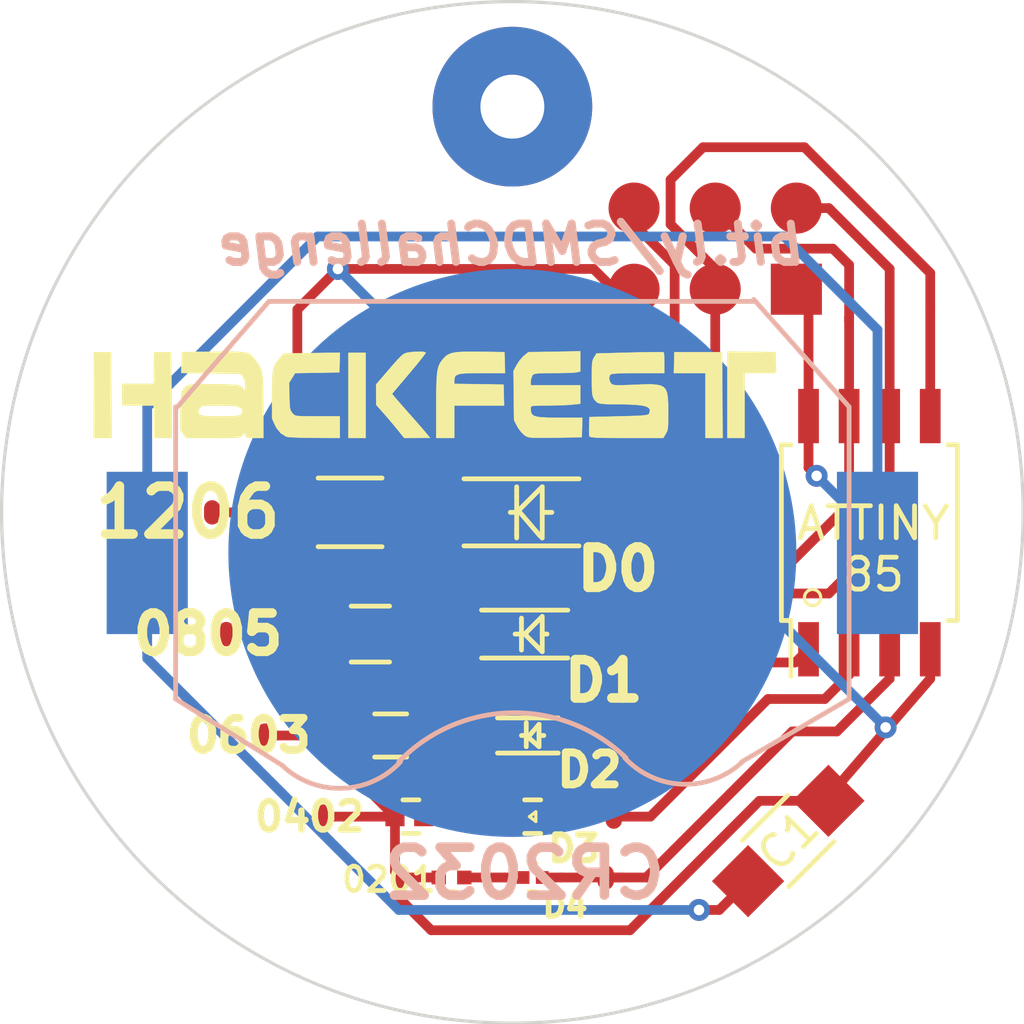
<source format=kicad_pcb>
(kicad_pcb (version 4) (host pcbnew 4.0.7)

  (general
    (links 36)
    (no_connects 0)
    (area 183.999287 76.036108 223.683892 109.380001)
    (thickness 1.6)
    (drawings 19)
    (tracks 147)
    (zones 0)
    (modules 26)
    (nets 14)
  )

  (page USLetter)
  (layers
    (0 F.Cu signal)
    (31 B.Cu signal)
    (34 B.Paste user)
    (35 F.Paste user)
    (36 B.SilkS user)
    (37 F.SilkS user)
    (38 B.Mask user)
    (39 F.Mask user)
    (40 Dwgs.User user hide)
    (44 Edge.Cuts user)
  )

  (setup
    (last_trace_width 0.1524)
    (user_trace_width 0.254)
    (user_trace_width 0.3048)
    (user_trace_width 0.4064)
    (user_trace_width 0.6096)
    (user_trace_width 2.032)
    (trace_clearance 0.1524)
    (zone_clearance 0.508)
    (zone_45_only no)
    (trace_min 0.1524)
    (segment_width 0.254)
    (edge_width 0.1)
    (via_size 0.6858)
    (via_drill 0.3302)
    (via_min_size 0.6858)
    (via_min_drill 0.3302)
    (user_via 1 0.5)
    (uvia_size 0.762)
    (uvia_drill 0.508)
    (uvias_allowed no)
    (uvia_min_size 0.508)
    (uvia_min_drill 0.127)
    (pcb_text_width 0.3)
    (pcb_text_size 1.5 1.5)
    (mod_edge_width 0.15)
    (mod_text_size 1 1)
    (mod_text_width 0.15)
    (pad_size 3 3)
    (pad_drill 2)
    (pad_to_mask_clearance 0)
    (aux_axis_origin 0 0)
    (grid_origin 210.82 95.25)
    (visible_elements 7FFFFBFF)
    (pcbplotparams
      (layerselection 0x010f0_80000001)
      (usegerberextensions true)
      (excludeedgelayer true)
      (linewidth 0.100000)
      (plotframeref false)
      (viasonmask false)
      (mode 1)
      (useauxorigin false)
      (hpglpennumber 1)
      (hpglpenspeed 20)
      (hpglpendiameter 15)
      (hpglpenoverlay 2)
      (psnegative false)
      (psa4output false)
      (plotreference true)
      (plotvalue true)
      (plotinvisibletext false)
      (padsonsilk false)
      (subtractmaskfromsilk false)
      (outputformat 1)
      (mirror false)
      (drillshape 0)
      (scaleselection 1)
      (outputdirectory gerbers/))
  )

  (net 0 "")
  (net 1 GND)
  (net 2 +BATT)
  (net 3 "Net-(CON1-Pad1)")
  (net 4 "Net-(CON1-Pad3)")
  (net 5 "Net-(CON1-Pad4)")
  (net 6 "Net-(CON1-Pad5)")
  (net 7 "Net-(D1-Pad1)")
  (net 8 "Net-(D2-Pad1)")
  (net 9 "Net-(D3-Pad1)")
  (net 10 "Net-(D0-Pad1)")
  (net 11 "Net-(D3-Pad2)")
  (net 12 "Net-(D4-Pad2)")
  (net 13 "Net-(D4-Pad1)")

  (net_class Default "This is the default net class."
    (clearance 0.1524)
    (trace_width 0.1524)
    (via_dia 0.6858)
    (via_drill 0.3302)
    (uvia_dia 0.762)
    (uvia_drill 0.508)
    (add_net +BATT)
    (add_net GND)
    (add_net "Net-(CON1-Pad1)")
    (add_net "Net-(CON1-Pad3)")
    (add_net "Net-(CON1-Pad4)")
    (add_net "Net-(CON1-Pad5)")
    (add_net "Net-(D0-Pad1)")
    (add_net "Net-(D1-Pad1)")
    (add_net "Net-(D2-Pad1)")
    (add_net "Net-(D3-Pad1)")
    (add_net "Net-(D3-Pad2)")
    (add_net "Net-(D4-Pad1)")
    (add_net "Net-(D4-Pad2)")
  )

  (module footprints:toor_logo (layer F.Cu) (tedit 0) (tstamp 5B88CDA0)
    (at 205.232 88.392)
    (fp_text reference G*** (at 0 0) (layer F.SilkS) hide
      (effects (font (thickness 0.3)))
    )
    (fp_text value LOGO (at 0.75 0) (layer F.SilkS) hide
      (effects (font (thickness 0.3)))
    )
    (fp_poly (pts (xy -10.137169 0.010583) (xy -10.129279 1.354667) (xy -10.698722 1.354667) (xy -10.690832 0.010583)
      (xy -10.682942 -1.3335) (xy -10.145059 -1.3335) (xy -10.137169 0.010583)) (layer F.SilkS) (width 0.01))
    (fp_poly (pts (xy -8.254581 0.010583) (xy -8.24669 1.354667) (xy -8.815294 1.354667) (xy -8.815294 0.338667)
      (xy -9.801412 0.338667) (xy -9.801412 -0.338667) (xy -8.817191 -0.338667) (xy -8.808772 -0.836083)
      (xy -8.800353 -1.3335) (xy -8.262471 -1.3335) (xy -8.254581 0.010583)) (layer F.SilkS) (width 0.01))
    (fp_poly (pts (xy -6.30297 -1.350519) (xy -6.143061 -1.344555) (xy -6.017478 -1.333118) (xy -5.919864 -1.315137)
      (xy -5.84386 -1.289541) (xy -5.783107 -1.255258) (xy -5.731248 -1.211215) (xy -5.681925 -1.156342)
      (xy -5.64391 -1.108884) (xy -5.565576 -1.005679) (xy -5.504495 -0.91128) (xy -5.458518 -0.813489)
      (xy -5.425493 -0.700105) (xy -5.403272 -0.558928) (xy -5.389705 -0.377759) (xy -5.38264 -0.144398)
      (xy -5.379929 0.153354) (xy -5.37948 0.391583) (xy -5.378824 1.354667) (xy -5.662706 1.354667)
      (xy -5.794509 1.353482) (xy -5.877677 1.347636) (xy -5.92333 1.333691) (xy -5.942593 1.308209)
      (xy -5.946588 1.267753) (xy -5.946589 1.266927) (xy -5.946589 1.179188) (xy -6.025324 1.266927)
      (xy -6.050736 1.292523) (xy -6.080402 1.312594) (xy -6.121413 1.327809) (xy -6.180864 1.338839)
      (xy -6.265847 1.346353) (xy -6.383455 1.351023) (xy -6.54078 1.353518) (xy -6.744916 1.354508)
      (xy -6.953976 1.354667) (xy -7.803892 1.354667) (xy -7.89124 1.230923) (xy -7.978589 1.107179)
      (xy -7.978148 0.564173) (xy -7.977758 0.523724) (xy -7.410824 0.523724) (xy -7.405702 0.573513)
      (xy -7.385617 0.611337) (xy -7.343494 0.638802) (xy -7.272257 0.657516) (xy -7.164828 0.669086)
      (xy -7.014132 0.67512) (xy -6.813092 0.677226) (xy -6.734629 0.677333) (xy -6.52502 0.67649)
      (xy -6.367151 0.673402) (xy -6.253004 0.667227) (xy -6.17456 0.657126) (xy -6.123804 0.642258)
      (xy -6.092718 0.621784) (xy -6.08186 0.608919) (xy -6.048025 0.536125) (xy -6.044732 0.492503)
      (xy -6.06674 0.441689) (xy -6.110675 0.403) (xy -6.183434 0.374958) (xy -6.291912 0.356082)
      (xy -6.443006 0.344893) (xy -6.643612 0.339911) (xy -6.758748 0.339291) (xy -6.960509 0.340084)
      (xy -7.110773 0.34358) (xy -7.217794 0.350676) (xy -7.289825 0.362272) (xy -7.335122 0.379266)
      (xy -7.361938 0.402558) (xy -7.363866 0.40519) (xy -7.401853 0.480532) (xy -7.410824 0.523724)
      (xy -7.977758 0.523724) (xy -7.975577 0.29819) (xy -7.9663 0.10242) (xy -7.947227 -0.037438)
      (xy -7.91527 -0.13568) (xy -7.867339 -0.206608) (xy -7.800344 -0.26452) (xy -7.798879 -0.265579)
      (xy -7.761769 -0.288516) (xy -7.717004 -0.306041) (xy -7.656926 -0.318703) (xy -7.573878 -0.32705)
      (xy -7.460204 -0.331631) (xy -7.308247 -0.332995) (xy -7.110349 -0.331691) (xy -6.912728 -0.329079)
      (xy -6.676033 -0.325332) (xy -6.491532 -0.321325) (xy -6.351657 -0.316122) (xy -6.248841 -0.308786)
      (xy -6.175514 -0.298382) (xy -6.124109 -0.283973) (xy -6.087057 -0.264625) (xy -6.05679 -0.2394)
      (xy -6.038669 -0.220983) (xy -5.946589 -0.124465) (xy -5.946589 -0.287687) (xy -5.963038 -0.434907)
      (xy -6.020303 -0.549018) (xy -6.023659 -0.553538) (xy -6.10073 -0.656167) (xy -7.951176 -0.680813)
      (xy -7.942471 -1.007157) (xy -7.933765 -1.3335) (xy -7.052236 -1.346302) (xy -6.751199 -1.350321)
      (xy -6.503563 -1.352084) (xy -6.30297 -1.350519)) (layer F.SilkS) (width 0.01))
    (fp_poly (pts (xy -2.994371 -1.007232) (xy -3.003177 -0.6985) (xy -3.695324 -0.687146) (xy -4.387471 -0.675791)
      (xy -4.482408 -0.52261) (xy -4.577346 -0.36943) (xy -4.567202 0.051849) (xy -4.561583 0.245872)
      (xy -4.55361 0.374787) (xy -4.539773 0.458139) (xy -4.516563 0.515471) (xy -4.480471 0.566328)
      (xy -4.473216 0.575231) (xy -4.445324 0.607581) (xy -4.416326 0.632256) (xy -4.378235 0.650294)
      (xy -4.323067 0.662736) (xy -4.242836 0.67062) (xy -4.129556 0.674987) (xy -3.975242 0.676875)
      (xy -3.771908 0.677324) (xy -3.688805 0.677333) (xy -2.988236 0.677333) (xy -2.988236 1.354667)
      (xy -3.787589 1.351028) (xy -4.004011 1.348877) (xy -4.203859 1.344681) (xy -4.378399 1.338801)
      (xy -4.518901 1.331593) (xy -4.616634 1.323418) (xy -4.661841 1.315113) (xy -4.83553 1.207154)
      (xy -4.967568 1.046744) (xy -5.021939 0.941877) (xy -5.109883 0.745424) (xy -5.109883 -0.002028)
      (xy -5.108853 -0.297781) (xy -5.103683 -0.523394) (xy -5.091248 -0.69338) (xy -5.068425 -0.822252)
      (xy -5.032091 -0.924525) (xy -4.979123 -1.014712) (xy -4.906396 -1.107327) (xy -4.860634 -1.160237)
      (xy -4.745856 -1.291167) (xy -2.985566 -1.315963) (xy -2.994371 -1.007232)) (layer F.SilkS) (width 0.01))
    (fp_poly (pts (xy -2.181412 1.354667) (xy -2.719294 1.354667) (xy -2.719294 -1.312333) (xy -2.181412 -1.312333)
      (xy -2.181412 1.354667)) (layer F.SilkS) (width 0.01))
    (fp_poly (pts (xy -0.370229 -1.342705) (xy -0.310839 -1.328261) (xy -0.298824 -1.314561) (xy -0.320832 -1.277123)
      (xy -0.382547 -1.194056) (xy -0.477503 -1.073487) (xy -0.599234 -0.923547) (xy -0.741275 -0.752363)
      (xy -0.826382 -0.65131) (xy -1.35394 -0.028165) (xy -1.26423 0.081168) (xy -1.21025 0.144768)
      (xy -1.119717 0.249069) (xy -1.00296 0.382268) (xy -0.870309 0.532559) (xy -0.788966 0.624252)
      (xy -0.648663 0.78285) (xy -0.515234 0.935044) (xy -0.399977 1.06785) (xy -0.31419 1.168283)
      (xy -0.283883 1.204746) (xy -0.164353 1.351488) (xy -0.568325 1.353077) (xy -0.972296 1.354667)
      (xy -1.185212 1.090083) (xy -1.314161 0.93314) (xy -1.462156 0.757956) (xy -1.600898 0.597953)
      (xy -1.624346 0.5715) (xy -1.850564 0.3175) (xy -1.852706 -0.321794) (xy -1.435473 -0.806481)
      (xy -1.28441 -0.980813) (xy -1.170188 -1.108442) (xy -1.08396 -1.197246) (xy -1.01688 -1.255103)
      (xy -0.9601 -1.289892) (xy -0.904775 -1.309491) (xy -0.860238 -1.31873) (xy -0.725713 -1.337179)
      (xy -0.590588 -1.34726) (xy -0.467786 -1.34907) (xy -0.370229 -1.342705)) (layer F.SilkS) (width 0.01))
    (fp_poly (pts (xy 1.31845 -1.346241) (xy 1.419411 -1.344867) (xy 2.16647 -1.3335) (xy 2.175198 -1.005417)
      (xy 2.183925 -0.677333) (xy 1.4572 -0.677333) (xy 1.207411 -0.676274) (xy 1.011026 -0.671942)
      (xy 0.861694 -0.662603) (xy 0.753065 -0.646525) (xy 0.678788 -0.621975) (xy 0.632511 -0.587221)
      (xy 0.607885 -0.54053) (xy 0.598558 -0.480169) (xy 0.597647 -0.442814) (xy 0.597647 -0.340096)
      (xy 1.367117 -0.328798) (xy 2.136588 -0.3175) (xy 2.145315 0.010583) (xy 2.154043 0.338667)
      (xy 0.597647 0.338667) (xy 0.597647 1.354667) (xy 0.029882 1.354667) (xy 0.030538 0.34925)
      (xy 0.031669 -0.008436) (xy 0.035678 -0.292708) (xy 0.044273 -0.514801) (xy 0.059159 -0.685952)
      (xy 0.082043 -0.817397) (xy 0.114631 -0.920372) (xy 0.158631 -1.006113) (xy 0.215747 -1.085856)
      (xy 0.255805 -1.134076) (xy 0.316722 -1.197573) (xy 0.383527 -1.24785) (xy 0.46355 -1.286234)
      (xy 0.56412 -1.314054) (xy 0.692565 -1.332637) (xy 0.856216 -1.343311) (xy 1.062401 -1.347403)
      (xy 1.31845 -1.346241)) (layer F.SilkS) (width 0.01))
    (fp_poly (pts (xy 4.542117 -0.73025) (xy 4.448735 -0.703792) (xy 4.391328 -0.695848) (xy 4.284632 -0.688859)
      (xy 4.139119 -0.683204) (xy 3.965262 -0.679265) (xy 3.773536 -0.677422) (xy 3.721249 -0.677333)
      (xy 3.509119 -0.676772) (xy 3.348714 -0.674481) (xy 3.231993 -0.669549) (xy 3.150919 -0.661067)
      (xy 3.097454 -0.648123) (xy 3.063558 -0.629808) (xy 3.041194 -0.605211) (xy 3.03769 -0.599917)
      (xy 2.999291 -0.497783) (xy 2.988235 -0.409417) (xy 2.988235 -0.296333) (xy 4.542117 -0.296333)
      (xy 4.542117 0.283655) (xy 4.268585 0.311161) (xy 4.140819 0.320789) (xy 3.971536 0.328947)
      (xy 3.778981 0.334987) (xy 3.581399 0.338264) (xy 3.491644 0.338667) (xy 3.30769 0.338944)
      (xy 3.175102 0.340839) (xy 3.08548 0.34594) (xy 3.030425 0.355839) (xy 3.001539 0.372127)
      (xy 2.990423 0.396393) (xy 2.988676 0.430229) (xy 2.988692 0.433917) (xy 2.992998 0.515532)
      (xy 3.009198 0.580036) (xy 3.043526 0.629418) (xy 3.102219 0.665668) (xy 3.19151 0.690776)
      (xy 3.317634 0.706731) (xy 3.486826 0.715524) (xy 3.70532 0.719144) (xy 3.88405 0.719667)
      (xy 4.6045 0.719667) (xy 4.595721 1.026583) (xy 4.586941 1.3335) (xy 3.748326 1.344729)
      (xy 3.502268 1.347823) (xy 3.308432 1.349308) (xy 3.159277 1.348524) (xy 3.047265 1.344808)
      (xy 2.964857 1.337501) (xy 2.904513 1.325942) (xy 2.858693 1.309468) (xy 2.819858 1.28742)
      (xy 2.781585 1.259972) (xy 2.685558 1.165119) (xy 2.591848 1.037056) (xy 2.559376 0.980145)
      (xy 2.465294 0.796305) (xy 2.456292 0.027736) (xy 2.447291 -0.740833) (xy 2.541384 -0.921386)
      (xy 2.62701 -1.054614) (xy 2.73255 -1.178813) (xy 2.774503 -1.217719) (xy 2.913529 -1.3335)
      (xy 3.727823 -1.346572) (xy 4.542117 -1.359643) (xy 4.542117 -0.73025)) (layer F.SilkS) (width 0.01))
    (fp_poly (pts (xy 7.045264 -1.332572) (xy 7.1243 -1.330275) (xy 7.149353 -1.326943) (xy 7.16017 -1.278098)
      (xy 7.168122 -1.167136) (xy 7.171698 -1.016584) (xy 7.171764 -0.992335) (xy 7.171764 -0.677333)
      (xy 6.341035 -0.677333) (xy 6.07267 -0.67619) (xy 5.859739 -0.67259) (xy 5.69793 -0.66628)
      (xy 5.582931 -0.65701) (xy 5.510431 -0.644524) (xy 5.476118 -0.628572) (xy 5.474447 -0.626534)
      (xy 5.440638 -0.528204) (xy 5.461964 -0.419819) (xy 5.498423 -0.359743) (xy 5.521338 -0.335259)
      (xy 5.551832 -0.317193) (xy 5.597721 -0.305049) (xy 5.666819 -0.298327) (xy 5.766941 -0.296531)
      (xy 5.905903 -0.299162) (xy 6.091519 -0.305724) (xy 6.246489 -0.312096) (xy 6.523516 -0.322643)
      (xy 6.746649 -0.325206) (xy 6.921718 -0.314934) (xy 7.054555 -0.286971) (xy 7.150988 -0.236464)
      (xy 7.216849 -0.158558) (xy 7.257967 -0.0484) (xy 7.280172 0.098864) (xy 7.289296 0.288089)
      (xy 7.291167 0.524128) (xy 7.291182 0.557668) (xy 7.290632 0.780812) (xy 7.287539 0.936578)
      (xy 7.2799 1.04225) (xy 7.265712 1.115115) (xy 7.242972 1.172457) (xy 7.213932 1.224418)
      (xy 7.136569 1.354667) (xy 5.987817 1.354667) (xy 5.686996 1.354194) (xy 5.440864 1.35261)
      (xy 5.244349 1.349665) (xy 5.092377 1.345108) (xy 4.979875 1.338689) (xy 4.901772 1.330159)
      (xy 4.852995 1.319268) (xy 4.828471 1.305765) (xy 4.823524 1.297291) (xy 4.81673 1.226938)
      (xy 4.814597 1.101214) (xy 4.816991 0.969208) (xy 4.826 0.6985) (xy 5.746003 0.677333)
      (xy 6.010609 0.670701) (xy 6.221471 0.66395) (xy 6.384607 0.656543) (xy 6.506036 0.647943)
      (xy 6.591776 0.637613) (xy 6.647848 0.625015) (xy 6.68027 0.609611) (xy 6.69431 0.592667)
      (xy 6.717903 0.518185) (xy 6.713267 0.456945) (xy 6.676263 0.407752) (xy 6.602751 0.36941)
      (xy 6.488592 0.340726) (xy 6.329645 0.320503) (xy 6.121772 0.307548) (xy 5.860833 0.300664)
      (xy 5.676825 0.29895) (xy 5.474113 0.296873) (xy 5.322365 0.292151) (xy 5.21279 0.283771)
      (xy 5.136599 0.27072) (xy 5.085001 0.251986) (xy 5.049296 0.22664) (xy 4.990429 0.166277)
      (xy 4.949557 0.104425) (xy 4.923414 0.024816) (xy 4.908737 -0.088821) (xy 4.902258 -0.252754)
      (xy 4.900714 -0.483254) (xy 4.900706 -0.513731) (xy 4.901377 -0.738371) (xy 4.904628 -0.895305)
      (xy 4.912315 -1.001487) (xy 4.926292 -1.07387) (xy 4.948416 -1.129409) (xy 4.972794 -1.17239)
      (xy 5.044882 -1.291167) (xy 6.085911 -1.318858) (xy 6.329766 -1.324784) (xy 6.554601 -1.329171)
      (xy 6.753443 -1.331967) (xy 6.919321 -1.333118) (xy 7.045264 -1.332572)) (layer F.SilkS) (width 0.01))
    (fp_poly (pts (xy 8.987537 0.010583) (xy 8.995427 1.354667) (xy 8.456706 1.354667) (xy 8.456706 -0.677333)
      (xy 7.468074 -0.677333) (xy 7.476801 -1.005417) (xy 7.485529 -1.3335) (xy 8.979647 -1.3335)
      (xy 8.987537 0.010583)) (layer F.SilkS) (width 0.01))
    (fp_poly (pts (xy 9.898529 -1.34481) (xy 10.653058 -1.3335) (xy 10.661786 -1.005417) (xy 10.670514 -0.677333)
      (xy 9.681882 -0.677333) (xy 9.681882 1.354667) (xy 9.144 1.354667) (xy 9.144 -1.356121)
      (xy 9.898529 -1.34481)) (layer F.SilkS) (width 0.01))
  )

  (module footprints:Pin_Header_Straight_1x01 (layer F.Cu) (tedit 5B88CCD5) (tstamp 5A2CB193)
    (at 207.645 79.375)
    (descr "Through hole pin header")
    (tags "pin header")
    (path /5860AE9A)
    (fp_text reference P5 (at -0.6 -0.5) (layer F.SilkS) hide
      (effects (font (size 0.127 0.127) (thickness 0.03175)))
    )
    (fp_text value CONN_01X01 (at 0 0.9) (layer F.Fab)
      (effects (font (size 0.127 0.127) (thickness 0.03175)))
    )
    (pad 1 thru_hole circle (at 0 0) (size 5 5) (drill 2) (layers *.Cu *.Mask))
  )

  (module LED_0201 (layer F.Cu) (tedit 5A4BE065) (tstamp 5A2CB0D7)
    (at 208.28 103.505)
    (descr "Resistor SMD 0201, reflow soldering, Vishay (see crcw0201e3.pdf)")
    (tags "resistor 0201")
    (path /58DDCAFF)
    (attr smd)
    (fp_text reference D4 (at 1.016 0.889) (layer F.SilkS)
      (effects (font (size 0.7 0.7) (thickness 0.175)))
    )
    (fp_text value LED (at 0 1.7) (layer F.Fab)
      (effects (font (size 1 1) (thickness 0.15)))
    )
    (fp_line (start -0.325 0.175) (end -0.325 -0.175) (layer F.CrtYd) (width 0.05))
    (fp_line (start -0.325 0.175) (end 0.325 0.175) (layer F.CrtYd) (width 0.05))
    (fp_line (start 0.325 0.175) (end 0.325 -0.175) (layer F.CrtYd) (width 0.05))
    (fp_line (start -0.325 -0.175) (end 0.325 -0.175) (layer F.CrtYd) (width 0.05))
    (fp_line (start 0.115 -0.44) (end -0.115 -0.44) (layer F.SilkS) (width 0.15))
    (fp_line (start -0.115 0.44) (end 0.115 0.44) (layer F.SilkS) (width 0.15))
    (pad 1 smd rect (at -0.3 0) (size 0.4 0.4) (layers F.Cu F.Paste F.Mask)
      (net 13 "Net-(D4-Pad1)"))
    (pad 2 smd rect (at 0.3 0) (size 0.4 0.4) (layers F.Cu F.Paste F.Mask)
      (net 12 "Net-(D4-Pad2)"))
    (model Resistors_SMD.3dshapes/R_0201.wrl
      (at (xyz 0 0 0))
      (scale (xyz 1 1 1))
      (rotate (xyz 0 0 0))
    )
  )

  (module LED_0402 (layer F.Cu) (tedit 5A4BDEED) (tstamp 5A2CB0C5)
    (at 208.28 101.6)
    (descr "Resistor SMD 0402, reflow soldering, Vishay (see dcrcw.pdf)")
    (tags "resistor 0402")
    (path /58D34030)
    (attr smd)
    (fp_text reference D3 (at 1.3 1) (layer F.SilkS)
      (effects (font (size 0.8 0.8) (thickness 0.2)))
    )
    (fp_text value LED (at 0 1.8) (layer F.Fab)
      (effects (font (size 1 1) (thickness 0.15)))
    )
    (fp_line (start 0.1 0.15) (end 0.1 -0.15) (layer F.SilkS) (width 0.1))
    (fp_line (start -0.1 0) (end 0.1 0.15) (layer F.SilkS) (width 0.1))
    (fp_line (start -0.1 0) (end 0.1 -0.15) (layer F.SilkS) (width 0.1))
    (fp_line (start -0.95 -0.65) (end 0.95 -0.65) (layer F.CrtYd) (width 0.05))
    (fp_line (start -0.95 0.65) (end 0.95 0.65) (layer F.CrtYd) (width 0.05))
    (fp_line (start -0.95 -0.65) (end -0.95 0.65) (layer F.CrtYd) (width 0.05))
    (fp_line (start 0.95 -0.65) (end 0.95 0.65) (layer F.CrtYd) (width 0.05))
    (fp_line (start 0.25 -0.525) (end -0.25 -0.525) (layer F.SilkS) (width 0.15))
    (fp_line (start -0.25 0.525) (end 0.25 0.525) (layer F.SilkS) (width 0.15))
    (pad 1 smd rect (at -0.5 0) (size 0.7 0.6) (layers F.Cu F.Paste F.Mask)
      (net 9 "Net-(D3-Pad1)"))
    (pad 2 smd rect (at 0.5 0) (size 0.7 0.6) (layers F.Cu F.Paste F.Mask)
      (net 11 "Net-(D3-Pad2)"))
    (model Resistors_SMD.3dshapes/R_0402.wrl
      (at (xyz 0 0 0))
      (scale (xyz 1 1 1))
      (rotate (xyz 0 0 0))
    )
  )

  (module footprints:BATT_CR2032_SMD (layer B.Cu) (tedit 56CFB5D2) (tstamp 5A2CB063)
    (at 207.645 93.345 180)
    (tags battery)
    (path /56CFA61E)
    (fp_text reference BT1 (at 0 -5.08 180) (layer B.SilkS) hide
      (effects (font (size 1.72974 1.08712) (thickness 0.27178)) (justify mirror))
    )
    (fp_text value Battery (at 0 2.54 180) (layer B.SilkS) hide
      (effects (font (size 1.524 1.016) (thickness 0.254)) (justify mirror))
    )
    (fp_line (start -7.1755 -6.5405) (end -10.541 -4.572) (layer B.SilkS) (width 0.15))
    (fp_line (start 7.1755 -6.6675) (end 10.541 -4.572) (layer B.SilkS) (width 0.15))
    (fp_arc (start -5.4229 -4.6355) (end -3.5179 -6.4135) (angle -90) (layer B.SilkS) (width 0.15))
    (fp_arc (start 5.4102 -4.7625) (end 7.1882 -6.6675) (angle -90) (layer B.SilkS) (width 0.15))
    (fp_arc (start -0.0635 -10.033) (end -3.556 -6.4135) (angle -90) (layer B.SilkS) (width 0.15))
    (fp_line (start 7.62 7.874) (end 10.541 4.5085) (layer B.SilkS) (width 0.15))
    (fp_line (start -10.541 4.572) (end -7.5565 7.9375) (layer B.SilkS) (width 0.15))
    (fp_line (start -7.62 7.874) (end 7.62 7.874) (layer B.SilkS) (width 0.15))
    (fp_line (start -10.541 -4.572) (end -10.541 4.572) (layer B.SilkS) (width 0.15))
    (fp_line (start 10.541 -4.572) (end 10.541 4.572) (layer B.SilkS) (width 0.15))
    (fp_circle (center 0 0) (end -10.16 0) (layer Dwgs.User) (width 0.15))
    (pad 2 smd circle (at 0 0 180) (size 17.78 17.78) (layers B.Cu B.Paste B.Mask)
      (net 1 GND))
    (pad 1 smd rect (at -11.43 0 180) (size 2.54 5.08) (layers B.Cu B.Paste B.Mask)
      (net 2 +BATT))
    (pad 1 smd rect (at 11.43 0 180) (size 2.54 5.08) (layers B.Cu B.Paste B.Mask)
      (net 2 +BATT))
  )

  (module footprints:C_1206_HandSoldering (layer F.Cu) (tedit 5902BDF4) (tstamp 5A2CB074)
    (at 216.281 102.362 225)
    (descr "Capacitor SMD 1206, hand soldering")
    (tags "capacitor 1206")
    (path /553FDF53)
    (attr smd)
    (fp_text reference C1 (at 0 0 225) (layer F.SilkS)
      (effects (font (size 1 1) (thickness 0.15)))
    )
    (fp_text value "0.1 uF" (at 0 2.3 225) (layer F.Fab)
      (effects (font (size 1 1) (thickness 0.15)))
    )
    (fp_line (start -3.3 -1.15) (end 3.3 -1.15) (layer F.CrtYd) (width 0.05))
    (fp_line (start -3.3 1.15) (end 3.3 1.15) (layer F.CrtYd) (width 0.05))
    (fp_line (start -3.3 -1.15) (end -3.3 1.15) (layer F.CrtYd) (width 0.05))
    (fp_line (start 3.3 -1.15) (end 3.3 1.15) (layer F.CrtYd) (width 0.05))
    (fp_line (start 1 -1.025) (end -1 -1.025) (layer F.SilkS) (width 0.15))
    (fp_line (start -1 1.025) (end 1 1.025) (layer F.SilkS) (width 0.15))
    (pad 1 smd rect (at -1.778 0 225) (size 1.6 1.6) (layers F.Cu F.Paste F.Mask)
      (net 1 GND))
    (pad 2 smd rect (at 1.778 0 225) (size 1.6 1.6) (layers F.Cu F.Paste F.Mask)
      (net 2 +BATT))
    (model Capacitors_SMD.3dshapes/C_1206.wrl
      (at (xyz 0 0 0))
      (scale (xyz 1 1 1))
      (rotate (xyz 0 0 0))
    )
  )

  (module footprints:AVR-ISP-6 (layer F.Cu) (tedit 5860A6AE) (tstamp 5A2CB07F)
    (at 216.535 82.55 270)
    (descr "6-lead dip package, row spacing 7.62 mm (300 mils)")
    (tags "dil dip 2.54 300")
    (path /58609061)
    (fp_text reference CON1 (at 0 -2.54 270) (layer F.SilkS) hide
      (effects (font (size 1 1) (thickness 0.15)))
    )
    (fp_text value AVR-ISP-6 (at 0 -3.72 270) (layer F.Fab) hide
      (effects (font (size 1 1) (thickness 0.15)))
    )
    (pad 1 smd oval (at 0 0 270) (size 1.6 1.6) (layers F.Cu F.Paste F.Mask)
      (net 3 "Net-(CON1-Pad1)"))
    (pad 2 smd rect (at 2.54 0 270) (size 1.6 1.6) (layers F.Cu F.Paste F.Mask)
      (net 2 +BATT))
    (pad 3 smd oval (at 0 2.54 270) (size 1.6 1.6) (layers F.Cu F.Paste F.Mask)
      (net 4 "Net-(CON1-Pad3)"))
    (pad 4 smd oval (at 2.54 2.54 270) (size 1.6 1.6) (layers F.Cu F.Paste F.Mask)
      (net 5 "Net-(CON1-Pad4)"))
    (pad 5 smd oval (at 0 5.08 270) (size 1.6 1.6) (layers F.Cu F.Paste F.Mask)
      (net 6 "Net-(CON1-Pad5)"))
    (pad 6 smd oval (at 2.54 5.08 270) (size 1.6 1.6) (layers F.Cu F.Paste F.Mask)
      (net 1 GND))
  )

  (module footprints:LED-1206 (layer F.Cu) (tedit 5902C0FC) (tstamp 5A2CB088)
    (at 208.28 92.075)
    (descr "LED 1206 smd package")
    (tags "LED1206 SMD")
    (path /58C49927)
    (attr smd)
    (fp_text reference D0 (at 2.667 1.778) (layer F.SilkS)
      (effects (font (size 1.25 1.25) (thickness 0.3125)))
    )
    (fp_text value LED (at 0 2) (layer F.Fab)
      (effects (font (size 1 1) (thickness 0.15)))
    )
    (fp_line (start -0.5 0.7) (end -0.5 0.8) (layer F.SilkS) (width 0.15))
    (fp_line (start -0.5 -0.7) (end -0.5 -0.8) (layer F.SilkS) (width 0.15))
    (fp_line (start 0.3 0) (end 0.6 0) (layer F.SilkS) (width 0.15))
    (fp_line (start 0.3 0.8) (end 0.3 -0.7) (layer F.SilkS) (width 0.15))
    (fp_line (start 0.3 -0.7) (end 0.3 -0.8) (layer F.SilkS) (width 0.15))
    (fp_line (start 0.2 0.7) (end 0.3 0.8) (layer F.SilkS) (width 0.15))
    (fp_line (start 0.2 -0.7) (end 0.3 -0.8) (layer F.SilkS) (width 0.15))
    (fp_line (start -0.7 0) (end -0.5 0) (layer F.SilkS) (width 0.15))
    (fp_line (start -0.5 0.5) (end -0.5 0.7) (layer F.SilkS) (width 0.15))
    (fp_line (start -0.5 -0.5) (end -0.5 -0.7) (layer F.SilkS) (width 0.15))
    (fp_line (start -0.4 0) (end 0.2 0.7) (layer F.SilkS) (width 0.15))
    (fp_line (start 0.2 -0.7) (end -0.4 -0.1) (layer F.SilkS) (width 0.15))
    (fp_line (start -2.15 1.05) (end 1.45 1.05) (layer F.SilkS) (width 0.15))
    (fp_line (start -2.15 -1.05) (end 1.45 -1.05) (layer F.SilkS) (width 0.15))
    (fp_line (start -0.5 -0.5) (end -0.5 0.5) (layer F.SilkS) (width 0.15))
    (fp_line (start 2.5 -1.25) (end -2.5 -1.25) (layer F.CrtYd) (width 0.05))
    (fp_line (start -2.5 -1.25) (end -2.5 1.25) (layer F.CrtYd) (width 0.05))
    (fp_line (start -2.5 1.25) (end 2.5 1.25) (layer F.CrtYd) (width 0.05))
    (fp_line (start 2.5 1.25) (end 2.5 -1.25) (layer F.CrtYd) (width 0.05))
    (pad 2 smd rect (at 1.524 0 180) (size 1.7 1.80086) (layers F.Cu F.Paste F.Mask)
      (net 5 "Net-(CON1-Pad4)"))
    (pad 1 smd rect (at -1.651 0 180) (size 1.7 1.80086) (layers F.Cu F.Paste F.Mask)
      (net 10 "Net-(D0-Pad1)"))
    (model LEDs.3dshapes/LED_1206.wrl
      (at (xyz 0 0 0))
      (scale (xyz 1 1 1))
      (rotate (xyz 0 0 0))
    )
  )

  (module footprints:LED-0805 (layer F.Cu) (tedit 5902C116) (tstamp 5A2CB0A0)
    (at 208.28 95.885)
    (descr "LED 0805 smd package")
    (tags "LED 0805 SMD")
    (path /58D338E3)
    (attr smd)
    (fp_text reference D1 (at 2.2225 1.4605) (layer F.SilkS)
      (effects (font (size 1.2 1.2) (thickness 0.3)))
    )
    (fp_text value LED (at 0 1.75) (layer F.Fab)
      (effects (font (size 1 1) (thickness 0.15)))
    )
    (fp_line (start 0.3 0) (end 0.45 0) (layer F.SilkS) (width 0.15))
    (fp_line (start -0.55 0) (end -0.2 0) (layer F.SilkS) (width 0.15))
    (fp_line (start -0.25 0) (end 0.3 -0.55) (layer F.SilkS) (width 0.15))
    (fp_line (start 0.3 -0.55) (end 0.3 0.55) (layer F.SilkS) (width 0.15))
    (fp_line (start 0.3 0.55) (end -0.25 0) (layer F.SilkS) (width 0.15))
    (fp_line (start -0.35 -0.35) (end -0.35 -0.5) (layer F.SilkS) (width 0.15))
    (fp_line (start -0.35 0.35) (end -0.35 0.5) (layer F.SilkS) (width 0.15))
    (fp_line (start -1.6 0.75) (end 1.1 0.75) (layer F.SilkS) (width 0.15))
    (fp_line (start -1.6 -0.75) (end 1.1 -0.75) (layer F.SilkS) (width 0.15))
    (fp_line (start -0.35 -0.35) (end -0.35 0.35) (layer F.SilkS) (width 0.15))
    (fp_line (start 1.9 -0.95) (end 1.9 0.95) (layer F.CrtYd) (width 0.05))
    (fp_line (start 1.9 0.95) (end -1.9 0.95) (layer F.CrtYd) (width 0.05))
    (fp_line (start -1.9 0.95) (end -1.9 -0.95) (layer F.CrtYd) (width 0.05))
    (fp_line (start -1.9 -0.95) (end 1.9 -0.95) (layer F.CrtYd) (width 0.05))
    (pad 2 smd rect (at 1.143 0 180) (size 1.3 1.19888) (layers F.Cu F.Paste F.Mask)
      (net 3 "Net-(CON1-Pad1)"))
    (pad 1 smd rect (at -1.27 0 180) (size 1.3 1.19888) (layers F.Cu F.Paste F.Mask)
      (net 7 "Net-(D1-Pad1)"))
    (model LEDs.3dshapes/LED-0805.wrl
      (at (xyz 0 0 0))
      (scale (xyz 1 1 1))
      (rotate (xyz 0 0 0))
    )
    (model LEDs.3dshapes/LED_0805.wrl
      (at (xyz 0 0 0))
      (scale (xyz 1 1 1))
      (rotate (xyz 0 0 0))
    )
  )

  (module footprints:LED-0603 (layer F.Cu) (tedit 5902C124) (tstamp 5A2CB0B3)
    (at 208.28 99.06)
    (descr "LED 0603 smd package")
    (tags "LED led 0603 SMD smd SMT smt smdled SMDLED smtled SMTLED")
    (path /58D33940)
    (attr smd)
    (fp_text reference D2 (at 1.778 1.0795) (layer F.SilkS)
      (effects (font (size 1 1) (thickness 0.25)))
    )
    (fp_text value LED (at 0 1.5) (layer F.Fab)
      (effects (font (size 1 1) (thickness 0.15)))
    )
    (fp_line (start 0.2 0) (end 0.35 0) (layer F.SilkS) (width 0.15))
    (fp_line (start -0.35 0) (end -0.15 0) (layer F.SilkS) (width 0.15))
    (fp_line (start -0.1 0) (end 0.2 -0.35) (layer F.SilkS) (width 0.15))
    (fp_line (start 0.2 -0.35) (end 0.2 0.35) (layer F.SilkS) (width 0.15))
    (fp_line (start 0.2 0.35) (end -0.2 0) (layer F.SilkS) (width 0.15))
    (fp_line (start -0.2 0) (end -0.15 0) (layer F.SilkS) (width 0.15))
    (fp_line (start -0.2 -0.4) (end -0.2 0.35) (layer F.SilkS) (width 0.15))
    (fp_line (start -1.1 0.55) (end 0.8 0.55) (layer F.SilkS) (width 0.15))
    (fp_line (start -1.1 -0.55) (end 0.8 -0.55) (layer F.SilkS) (width 0.15))
    (fp_line (start 1.4 -0.75) (end 1.4 0.75) (layer F.CrtYd) (width 0.05))
    (fp_line (start 1.4 0.75) (end -1.4 0.75) (layer F.CrtYd) (width 0.05))
    (fp_line (start -1.4 0.75) (end -1.4 -0.75) (layer F.CrtYd) (width 0.05))
    (fp_line (start -1.4 -0.75) (end 1.4 -0.75) (layer F.CrtYd) (width 0.05))
    (pad 2 smd rect (at 0.889 0 180) (size 1 0.79756) (layers F.Cu F.Paste F.Mask)
      (net 4 "Net-(CON1-Pad3)"))
    (pad 1 smd rect (at -0.889 0 180) (size 1 0.79756) (layers F.Cu F.Paste F.Mask)
      (net 8 "Net-(D2-Pad1)"))
    (model LEDs.3dshapes/LED_0603.wrl
      (at (xyz 0 0 0))
      (scale (xyz 1 1 1))
      (rotate (xyz 0 0 0))
    )
  )

  (module footprints:SOIJ-8_5.3x5.3mm_Pitch1.27mm (layer F.Cu) (tedit 5902B706) (tstamp 5A2CB0E9)
    (at 218.821 92.71 90)
    (descr "8-Lead Plastic Small Outline (SM) - Medium, 5.28 mm Body [SOIC] (see Microchip Packaging Specification 00000049BS.pdf)")
    (tags "SOIC 1.27")
    (path /58C478D3)
    (attr smd)
    (fp_text reference IC1 (at -1.27 2.159 90) (layer F.SilkS) hide
      (effects (font (size 1 1) (thickness 0.15)))
    )
    (fp_text value IC1 (at 0 3.68 90) (layer F.Fab)
      (effects (font (size 1 1) (thickness 0.15)))
    )
    (fp_circle (center -2.032 -1.778) (end -2.286 -1.778) (layer F.SilkS) (width 0.1))
    (fp_line (start -4.75 -2.95) (end -4.75 2.95) (layer F.CrtYd) (width 0.05))
    (fp_line (start 4.75 -2.95) (end 4.75 2.95) (layer F.CrtYd) (width 0.05))
    (fp_line (start -4.75 -2.95) (end 4.75 -2.95) (layer F.CrtYd) (width 0.05))
    (fp_line (start -4.75 2.95) (end 4.75 2.95) (layer F.CrtYd) (width 0.05))
    (fp_line (start -2.75 -2.755) (end -2.75 -2.455) (layer F.SilkS) (width 0.15))
    (fp_line (start 2.75 -2.755) (end 2.75 -2.455) (layer F.SilkS) (width 0.15))
    (fp_line (start 2.75 2.755) (end 2.75 2.455) (layer F.SilkS) (width 0.15))
    (fp_line (start -2.75 2.755) (end -2.75 2.455) (layer F.SilkS) (width 0.15))
    (fp_line (start -2.75 -2.755) (end 2.75 -2.755) (layer F.SilkS) (width 0.15))
    (fp_line (start -2.75 2.755) (end 2.75 2.755) (layer F.SilkS) (width 0.15))
    (fp_line (start -2.75 -2.455) (end -4.5 -2.455) (layer F.SilkS) (width 0.15))
    (pad 1 smd rect (at -3.65 -1.905 90) (size 1.7 0.65) (layers F.Cu F.Paste F.Mask)
      (net 6 "Net-(CON1-Pad5)"))
    (pad 2 smd rect (at -3.65 -0.635 90) (size 1.7 0.65) (layers F.Cu F.Paste F.Mask)
      (net 11 "Net-(D3-Pad2)"))
    (pad 3 smd rect (at -3.65 0.635 90) (size 1.7 0.65) (layers F.Cu F.Paste F.Mask)
      (net 12 "Net-(D4-Pad2)"))
    (pad 4 smd rect (at -3.65 1.905 90) (size 1.7 0.65) (layers F.Cu F.Paste F.Mask)
      (net 1 GND))
    (pad 5 smd rect (at 3.65 1.905 90) (size 1.7 0.65) (layers F.Cu F.Paste F.Mask)
      (net 5 "Net-(CON1-Pad4)"))
    (pad 6 smd rect (at 3.65 0.635 90) (size 1.7 0.65) (layers F.Cu F.Paste F.Mask)
      (net 3 "Net-(CON1-Pad1)"))
    (pad 7 smd rect (at 3.65 -0.635 90) (size 1.7 0.65) (layers F.Cu F.Paste F.Mask)
      (net 4 "Net-(CON1-Pad3)"))
    (pad 8 smd rect (at 3.65 -1.905 90) (size 1.7 0.65) (layers F.Cu F.Paste F.Mask)
      (net 2 +BATT))
    (model Housings_SOIC.3dshapes/SOIJ-8_5.3x5.3mm_Pitch1.27mm.wrl
      (at (xyz 0 0 0))
      (scale (xyz 1 1 1))
      (rotate (xyz 0 0 0))
    )
  )

  (module footprints:testPad (layer F.Cu) (tedit 5902BD57) (tstamp 5A2CB100)
    (at 212.09 92.075)
    (descr "module 1 pin (ou trou mecanique de percage)")
    (tags DEV)
    (path /5902B2A3)
    (fp_text reference P0 (at -0.0635 0) (layer F.SilkS) hide
      (effects (font (size 0.635 0.635) (thickness 0.127)))
    )
    (fp_text value CONN_01X01 (at 0 0) (layer F.Fab)
      (effects (font (size 0.127 0.127) (thickness 0.03175)))
    )
    (pad 1 smd oval (at 0 0) (size 0.508 0.762) (layers F.Cu F.Paste F.Mask)
      (net 5 "Net-(CON1-Pad4)"))
  )

  (module footprints:testPad (layer F.Cu) (tedit 5902BD57) (tstamp 5A2CB104)
    (at 211.582 95.885)
    (descr "module 1 pin (ou trou mecanique de percage)")
    (tags DEV)
    (path /5902B324)
    (fp_text reference P1 (at -0.0635 0) (layer F.SilkS) hide
      (effects (font (size 0.635 0.635) (thickness 0.127)))
    )
    (fp_text value CONN_01X01 (at 0 0) (layer F.Fab)
      (effects (font (size 0.127 0.127) (thickness 0.03175)))
    )
    (pad 1 smd oval (at 0 0) (size 0.508 0.762) (layers F.Cu F.Paste F.Mask)
      (net 3 "Net-(CON1-Pad1)"))
  )

  (module footprints:testPad (layer F.Cu) (tedit 5902BD57) (tstamp 5A2CB108)
    (at 211.201 99.06)
    (descr "module 1 pin (ou trou mecanique de percage)")
    (tags DEV)
    (path /5902B382)
    (fp_text reference P2 (at -0.0635 0) (layer F.SilkS) hide
      (effects (font (size 0.635 0.635) (thickness 0.127)))
    )
    (fp_text value CONN_01X01 (at 0 0) (layer F.Fab)
      (effects (font (size 0.127 0.127) (thickness 0.03175)))
    )
    (pad 1 smd oval (at 0 0) (size 0.508 0.762) (layers F.Cu F.Paste F.Mask)
      (net 4 "Net-(CON1-Pad3)"))
  )

  (module footprints:testPad (layer F.Cu) (tedit 5902BD57) (tstamp 5A2CB10C)
    (at 210.82 101.6)
    (descr "module 1 pin (ou trou mecanique de percage)")
    (tags DEV)
    (path /5902B3ED)
    (fp_text reference P3 (at -0.0635 0) (layer F.SilkS) hide
      (effects (font (size 0.635 0.635) (thickness 0.127)))
    )
    (fp_text value CONN_01X01 (at 0 0) (layer F.Fab)
      (effects (font (size 0.127 0.127) (thickness 0.03175)))
    )
    (pad 1 smd oval (at 0 0) (size 0.508 0.762) (layers F.Cu F.Paste F.Mask)
      (net 11 "Net-(D3-Pad2)"))
  )

  (module footprints:testPad (layer F.Cu) (tedit 5902BD57) (tstamp 5A2CB110)
    (at 210.566 103.505)
    (descr "module 1 pin (ou trou mecanique de percage)")
    (tags DEV)
    (path /5902B44F)
    (fp_text reference P4 (at -0.0635 0) (layer F.SilkS) hide
      (effects (font (size 0.635 0.635) (thickness 0.127)))
    )
    (fp_text value CONN_01X01 (at 0 0) (layer F.Fab)
      (effects (font (size 0.127 0.127) (thickness 0.03175)))
    )
    (pad 1 smd oval (at 0 0) (size 0.508 0.762) (layers F.Cu F.Paste F.Mask)
      (net 12 "Net-(D4-Pad2)"))
  )

  (module footprints:testPad (layer F.Cu) (tedit 5902BD57) (tstamp 5A2CB114)
    (at 198.247 92.075)
    (descr "module 1 pin (ou trou mecanique de percage)")
    (tags DEV)
    (path /5902AF42)
    (fp_text reference PG0 (at -0.0635 0) (layer F.SilkS) hide
      (effects (font (size 0.635 0.635) (thickness 0.127)))
    )
    (fp_text value CONN_01X01 (at 0 0) (layer F.Fab)
      (effects (font (size 0.127 0.127) (thickness 0.03175)))
    )
    (pad 1 smd oval (at 0 0) (size 0.508 0.762) (layers F.Cu F.Paste F.Mask)
      (net 1 GND))
  )

  (module footprints:testPad (layer F.Cu) (tedit 5902BD57) (tstamp 5A2CB118)
    (at 198.6915 95.885)
    (descr "module 1 pin (ou trou mecanique de percage)")
    (tags DEV)
    (path /5902AFA3)
    (fp_text reference PG1 (at -0.0635 0) (layer F.SilkS) hide
      (effects (font (size 0.635 0.635) (thickness 0.127)))
    )
    (fp_text value CONN_01X01 (at 0 0) (layer F.Fab)
      (effects (font (size 0.127 0.127) (thickness 0.03175)))
    )
    (pad 1 smd oval (at 0 0) (size 0.508 0.762) (layers F.Cu F.Paste F.Mask)
      (net 1 GND))
  )

  (module footprints:testPad (layer F.Cu) (tedit 5902BD57) (tstamp 5A2CB11C)
    (at 199.898 99.06)
    (descr "module 1 pin (ou trou mecanique de percage)")
    (tags DEV)
    (path /5902AFF0)
    (fp_text reference PG2 (at -0.0635 0) (layer F.SilkS) hide
      (effects (font (size 0.635 0.635) (thickness 0.127)))
    )
    (fp_text value CONN_01X01 (at 0 0) (layer F.Fab)
      (effects (font (size 0.127 0.127) (thickness 0.03175)))
    )
    (pad 1 smd oval (at 0 0) (size 0.508 0.762) (layers F.Cu F.Paste F.Mask)
      (net 1 GND))
  )

  (module footprints:testPad (layer F.Cu) (tedit 5902BD57) (tstamp 5A2CB120)
    (at 201.7395 101.6)
    (descr "module 1 pin (ou trou mecanique de percage)")
    (tags DEV)
    (path /5902B040)
    (fp_text reference PG3 (at -0.0635 0) (layer F.SilkS) hide
      (effects (font (size 0.635 0.635) (thickness 0.127)))
    )
    (fp_text value CONN_01X01 (at 0 0) (layer F.Fab)
      (effects (font (size 0.127 0.127) (thickness 0.03175)))
    )
    (pad 1 smd oval (at 0 0) (size 0.508 0.762) (layers F.Cu F.Paste F.Mask)
      (net 1 GND))
  )

  (module footprints:testPad (layer F.Cu) (tedit 5902BD57) (tstamp 5A2CB124)
    (at 204.1525 103.505)
    (descr "module 1 pin (ou trou mecanique de percage)")
    (tags DEV)
    (path /5902B093)
    (fp_text reference PG4 (at -0.0635 0) (layer F.SilkS) hide
      (effects (font (size 0.635 0.635) (thickness 0.127)))
    )
    (fp_text value CONN_01X01 (at 0 0) (layer F.Fab)
      (effects (font (size 0.127 0.127) (thickness 0.03175)))
    )
    (pad 1 smd oval (at 0 0) (size 0.508 0.762) (layers F.Cu F.Paste F.Mask)
      (net 1 GND))
  )

  (module footprints:R_1206 (layer F.Cu) (tedit 5902A5E4) (tstamp 5A2CB128)
    (at 202.565 92.075 180)
    (descr "Resistor SMD 1206, reflow soldering, Vishay (see dcrcw.pdf)")
    (tags "resistor 1206")
    (path /56CEB2B5)
    (attr smd)
    (fp_text reference R0 (at 0 0 180) (layer F.SilkS) hide
      (effects (font (size 1.25 1.25) (thickness 0.2)))
    )
    (fp_text value 330 (at 0 2.3 180) (layer F.Fab)
      (effects (font (size 1 1) (thickness 0.15)))
    )
    (fp_line (start -2.2 -1.2) (end 2.2 -1.2) (layer F.CrtYd) (width 0.05))
    (fp_line (start -2.2 1.2) (end 2.2 1.2) (layer F.CrtYd) (width 0.05))
    (fp_line (start -2.2 -1.2) (end -2.2 1.2) (layer F.CrtYd) (width 0.05))
    (fp_line (start 2.2 -1.2) (end 2.2 1.2) (layer F.CrtYd) (width 0.05))
    (fp_line (start 1 1.075) (end -1 1.075) (layer F.SilkS) (width 0.15))
    (fp_line (start -1 -1.075) (end 1 -1.075) (layer F.SilkS) (width 0.15))
    (pad 1 smd rect (at -1.778 0 180) (size 1.1 1.7) (layers F.Cu F.Paste F.Mask)
      (net 10 "Net-(D0-Pad1)"))
    (pad 2 smd rect (at 1.651 0 180) (size 1.1 1.7) (layers F.Cu F.Paste F.Mask)
      (net 1 GND))
    (model Resistors_SMD.3dshapes/R_1206.wrl
      (at (xyz 0 0 0))
      (scale (xyz 1 1 1))
      (rotate (xyz 0 0 0))
    )
  )

  (module footprints:R_0805 (layer F.Cu) (tedit 58DFDC5C) (tstamp 5A2CB133)
    (at 203.2 95.885 180)
    (descr "Resistor SMD 0805, reflow soldering, Vishay (see dcrcw.pdf)")
    (tags "resistor 0805")
    (path /58D3397B)
    (attr smd)
    (fp_text reference R1 (at 0 0 180) (layer F.SilkS) hide
      (effects (font (size 1 1) (thickness 0.15)))
    )
    (fp_text value 330 (at 0 2.1 180) (layer F.Fab)
      (effects (font (size 1 1) (thickness 0.15)))
    )
    (fp_line (start -1.6 -1) (end 1.6 -1) (layer F.CrtYd) (width 0.05))
    (fp_line (start -1.6 1) (end 1.6 1) (layer F.CrtYd) (width 0.05))
    (fp_line (start -1.6 -1) (end -1.6 1) (layer F.CrtYd) (width 0.05))
    (fp_line (start 1.6 -1) (end 1.6 1) (layer F.CrtYd) (width 0.05))
    (fp_line (start 0.6 0.875) (end -0.6 0.875) (layer F.SilkS) (width 0.15))
    (fp_line (start -0.6 -0.875) (end 0.6 -0.875) (layer F.SilkS) (width 0.15))
    (pad 1 smd rect (at -1.143 0 180) (size 0.9 1.3) (layers F.Cu F.Paste F.Mask)
      (net 7 "Net-(D1-Pad1)"))
    (pad 2 smd rect (at 1.143 0 180) (size 0.9 1.3) (layers F.Cu F.Paste F.Mask)
      (net 1 GND))
    (model Resistors_SMD.3dshapes/R_0805.wrl
      (at (xyz 0 0 0))
      (scale (xyz 1 1 1))
      (rotate (xyz 0 0 0))
    )
  )

  (module footprints:R_0603 (layer F.Cu) (tedit 5902A5F6) (tstamp 5A2CB13E)
    (at 203.835 99.06 180)
    (descr "Resistor SMD 0603, reflow soldering, Vishay (see dcrcw.pdf)")
    (tags "resistor 0603")
    (path /58D339BB)
    (attr smd)
    (fp_text reference R2 (at 0 0 180) (layer F.SilkS) hide
      (effects (font (size 1 1) (thickness 0.15)))
    )
    (fp_text value 330 (at 0 1.9 180) (layer F.Fab)
      (effects (font (size 1 1) (thickness 0.15)))
    )
    (fp_line (start -1.3 -0.8) (end 1.3 -0.8) (layer F.CrtYd) (width 0.05))
    (fp_line (start -1.3 0.8) (end 1.3 0.8) (layer F.CrtYd) (width 0.05))
    (fp_line (start -1.3 -0.8) (end -1.3 0.8) (layer F.CrtYd) (width 0.05))
    (fp_line (start 1.3 -0.8) (end 1.3 0.8) (layer F.CrtYd) (width 0.05))
    (fp_line (start 0.5 0.675) (end -0.5 0.675) (layer F.SilkS) (width 0.15))
    (fp_line (start -0.5 -0.675) (end 0.5 -0.675) (layer F.SilkS) (width 0.15))
    (pad 1 smd rect (at -0.889 0 180) (size 0.7 0.9) (layers F.Cu F.Paste F.Mask)
      (net 8 "Net-(D2-Pad1)"))
    (pad 2 smd rect (at 1.016 0 180) (size 0.7 0.9) (layers F.Cu F.Paste F.Mask)
      (net 1 GND))
    (model Resistors_SMD.3dshapes/R_0603.wrl
      (at (xyz 0 0 0))
      (scale (xyz 1 1 1))
      (rotate (xyz 0 0 0))
    )
  )

  (module footprints:R_0402 (layer F.Cu) (tedit 58DFDC4A) (tstamp 5A2CB149)
    (at 204.47 101.6 180)
    (descr "Resistor SMD 0402, reflow soldering, Vishay (see dcrcw.pdf)")
    (tags "resistor 0402")
    (path /58D3406E)
    (attr smd)
    (fp_text reference R3 (at 0 0 180) (layer Dwgs.User) hide
      (effects (font (size 1 1) (thickness 0.15)))
    )
    (fp_text value 330 (at 0 1.8 180) (layer F.Fab)
      (effects (font (size 1 1) (thickness 0.15)))
    )
    (fp_line (start -0.95 -0.65) (end 0.95 -0.65) (layer F.CrtYd) (width 0.05))
    (fp_line (start -0.95 0.65) (end 0.95 0.65) (layer F.CrtYd) (width 0.05))
    (fp_line (start -0.95 -0.65) (end -0.95 0.65) (layer F.CrtYd) (width 0.05))
    (fp_line (start 0.95 -0.65) (end 0.95 0.65) (layer F.CrtYd) (width 0.05))
    (fp_line (start 0.25 -0.525) (end -0.25 -0.525) (layer F.SilkS) (width 0.15))
    (fp_line (start -0.25 0.525) (end 0.25 0.525) (layer F.SilkS) (width 0.15))
    (pad 1 smd rect (at -0.4 0 180) (size 0.6 0.6) (layers F.Cu F.Paste F.Mask)
      (net 9 "Net-(D3-Pad1)"))
    (pad 2 smd rect (at 0.5 0 180) (size 0.6 0.6) (layers F.Cu F.Paste F.Mask)
      (net 1 GND))
    (model Resistors_SMD.3dshapes/R_0402.wrl
      (at (xyz 0 0 0))
      (scale (xyz 1 1 1))
      (rotate (xyz 0 0 0))
    )
  )

  (module footprints:R_0201 (layer F.Cu) (tedit 5A2C7C82) (tstamp 5A2CB154)
    (at 205.74 103.505 180)
    (descr "Resistor SMD 0201, reflow soldering, Vishay (see crcw0201e3.pdf)")
    (tags "resistor 0201")
    (path /58DDCB43)
    (attr smd)
    (fp_text reference R4 (at 1.397 0.762 180) (layer F.SilkS) hide
      (effects (font (size 0.762 0.762) (thickness 0.15)))
    )
    (fp_text value 330 (at 0 1.7 180) (layer F.Fab)
      (effects (font (size 1 1) (thickness 0.15)))
    )
    (fp_line (start 0.35 -0.175) (end 0.35 0.175) (layer F.CrtYd) (width 0.05))
    (fp_line (start -0.325 -0.25) (end 0.325 -0.25) (layer F.CrtYd) (width 0.05))
    (fp_line (start -0.325 0.25) (end 0.325 0.25) (layer F.CrtYd) (width 0.05))
    (fp_line (start -0.35 -0.175) (end -0.35 0.175) (layer F.CrtYd) (width 0.05))
    (fp_line (start 0.115 -0.44) (end -0.115 -0.44) (layer F.SilkS) (width 0.15))
    (fp_line (start -0.115 0.44) (end 0.115 0.44) (layer F.SilkS) (width 0.15))
    (pad 1 smd rect (at -0.4 0 180) (size 0.45 0.43) (layers F.Cu F.Paste F.Mask)
      (net 13 "Net-(D4-Pad1)"))
    (pad 2 smd rect (at 0.4 0 180) (size 0.45 0.43) (layers F.Cu F.Paste F.Mask)
      (net 1 GND))
    (model Resistors_SMD.3dshapes/R_0201.wrl
      (at (xyz 0 0 0))
      (scale (xyz 1 1 1))
      (rotate (xyz 0 0 0))
    )
  )

  (gr_circle (center 207.645 92.075) (end 191.77 90.17) (layer Edge.Cuts) (width 0.1))
  (dimension 15.875 (width 0.3) (layer Dwgs.User)
    (gr_text "15.875 mm" (at 199.7075 92.71) (layer Dwgs.User)
      (effects (font (size 1.5 1.5) (thickness 0.3)))
    )
    (feature1 (pts (xy 191.77 92.71) (xy 191.77 92.71)))
    (feature2 (pts (xy 207.645 92.71) (xy 207.645 92.71)))
    (crossbar (pts (xy 207.645 92.71) (xy 191.77 92.71)))
    (arrow1a (pts (xy 191.77 92.71) (xy 192.896504 92.123579)))
    (arrow1b (pts (xy 191.77 92.71) (xy 192.896504 93.296421)))
    (arrow2a (pts (xy 207.645 92.71) (xy 206.518496 92.123579)))
    (arrow2b (pts (xy 207.645 92.71) (xy 206.518496 93.296421)))
  )
  (dimension 26.67 (width 0.3) (layer Dwgs.User)
    (gr_text "26.670 mm" (at 207.645 108.03) (layer Dwgs.User)
      (effects (font (size 1.5 1.5) (thickness 0.3)))
    )
    (feature1 (pts (xy 220.98 92.075) (xy 220.98 109.38)))
    (feature2 (pts (xy 194.31 92.075) (xy 194.31 109.38)))
    (crossbar (pts (xy 194.31 106.68) (xy 220.98 106.68)))
    (arrow1a (pts (xy 220.98 106.68) (xy 219.853496 107.266421)))
    (arrow1b (pts (xy 220.98 106.68) (xy 219.853496 106.093579)))
    (arrow2a (pts (xy 194.31 106.68) (xy 195.436504 107.266421)))
    (arrow2b (pts (xy 194.31 106.68) (xy 195.436504 106.093579)))
  )
  (dimension 17.272467 (width 0.3) (layer Dwgs.User)
    (gr_text "17.272 mm" (at 204.545283 79.486951 359.5787151) (layer Dwgs.User)
      (effects (font (size 1.5 1.5) (thickness 0.3)))
    )
    (feature1 (pts (xy 213.106 89.789) (xy 213.191209 78.200488)))
    (feature2 (pts (xy 195.834 89.662) (xy 195.919209 78.073488)))
    (crossbar (pts (xy 195.899357 80.773415) (xy 213.171357 80.900415)))
    (arrow1a (pts (xy 213.171357 80.900415) (xy 212.040572 81.478537)))
    (arrow1b (pts (xy 213.171357 80.900415) (xy 212.049195 80.305727)))
    (arrow2a (pts (xy 195.899357 80.773415) (xy 197.021519 81.368103)))
    (arrow2b (pts (xy 195.899357 80.773415) (xy 197.030142 80.195293)))
  )
  (dimension 8.255 (width 0.3) (layer Dwgs.User)
    (gr_text "8.255 mm" (at 189.785 86.0425 90) (layer Dwgs.User)
      (effects (font (size 1.5 1.5) (thickness 0.3)))
    )
    (feature1 (pts (xy 197.485 81.915) (xy 188.435 81.915)))
    (feature2 (pts (xy 197.485 90.17) (xy 188.435 90.17)))
    (crossbar (pts (xy 191.135 90.17) (xy 191.135 81.915)))
    (arrow1a (pts (xy 191.135 81.915) (xy 191.721421 83.041504)))
    (arrow1b (pts (xy 191.135 81.915) (xy 190.548579 83.041504)))
    (arrow2a (pts (xy 191.135 90.17) (xy 191.721421 89.043496)))
    (arrow2b (pts (xy 191.135 90.17) (xy 190.548579 89.043496)))
  )
  (gr_text bit.ly/SMDChallenge (at 207.645 83.693) (layer B.SilkS)
    (effects (font (size 1.2 1.2) (thickness 0.25) italic) (justify mirror))
  )
  (gr_line (start 208.026 106.68) (end 208.026 87.376) (angle 90) (layer Dwgs.User) (width 0.254))
  (gr_text 0201 (at 203.7715 103.5685) (layer F.SilkS)
    (effects (font (size 0.762 0.762) (thickness 0.15)))
  )
  (gr_text CR2032 (at 208.026 103.378) (layer B.SilkS)
    (effects (font (size 1.5 1.5) (thickness 0.3)) (justify mirror))
  )
  (gr_text 0402 (at 201.295 101.6) (layer F.SilkS)
    (effects (font (size 0.889 0.889) (thickness 0.2)))
  )
  (gr_text 0603 (at 199.39 99.06) (layer F.SilkS)
    (effects (font (size 1 1) (thickness 0.25)))
  )
  (gr_text 0805 (at 198.12 95.885) (layer F.SilkS)
    (effects (font (size 1.2 1.2) (thickness 0.3)))
  )
  (gr_text 1206 (at 197.485 92.075) (layer F.SilkS)
    (effects (font (size 1.5 1.5) (thickness 0.3)))
  )
  (gr_line (start 207.645 92.71) (end 207.645 78.105) (angle 90) (layer Dwgs.User) (width 0.254))
  (gr_line (start 222.885 92.71) (end 207.645 92.71) (angle 90) (layer Dwgs.User) (width 0.254))
  (gr_line (start 207.645 92.71) (end 222.885 92.71) (angle 90) (layer Dwgs.User) (width 0.254))
  (gr_circle (center 207.645 93.345) (end 202.565 85.725) (layer Dwgs.User) (width 0.254))
  (gr_text "ATTINY\n85" (at 218.948 93.218) (layer F.SilkS)
    (effects (font (size 1 1) (thickness 0.15)))
  )
  (gr_line (start 202.32 86.75) (end 219.82 104.25) (angle 90) (layer Dwgs.User) (width 0.1))

  (segment (start 211.455 85.09) (end 210.82 85.09) (width 0.3048) (layer F.Cu) (net 1))
  (segment (start 210.82 85.09) (end 210.185 84.455) (width 0.3048) (layer F.Cu) (net 1) (tstamp 5B88DC5D))
  (segment (start 210.185 84.455) (end 202.184 84.455) (width 0.3048) (layer F.Cu) (net 1) (tstamp 5B88DC60))
  (segment (start 207.645 93.345) (end 207.645 89.916) (width 0.3048) (layer B.Cu) (net 1))
  (segment (start 207.645 89.916) (end 202.184 84.455) (width 0.3048) (layer B.Cu) (net 1) (tstamp 5B88DC35))
  (segment (start 200.914 85.725) (end 200.914 92.075) (width 0.3048) (layer F.Cu) (net 1) (tstamp 5B88DC43))
  (segment (start 202.184 84.455) (end 200.914 85.725) (width 0.3048) (layer F.Cu) (net 1) (tstamp 5B88DC42))
  (via (at 202.184 84.455) (size 0.6858) (drill 0.3302) (layers F.Cu B.Cu) (net 1))
  (segment (start 205.105 105.156) (end 211.328 105.156) (width 0.3048) (layer F.Cu) (net 1))
  (segment (start 204.1525 104.2035) (end 205.105 105.156) (width 0.3048) (layer F.Cu) (net 1) (tstamp 5B88D7E3))
  (segment (start 204.1525 103.505) (end 204.1525 104.2035) (width 0.3048) (layer F.Cu) (net 1))
  (segment (start 215.379236 101.104764) (end 217.538236 101.104764) (width 0.3048) (layer F.Cu) (net 1) (tstamp 5B88D9DA))
  (segment (start 211.328 105.156) (end 215.379236 101.104764) (width 0.3048) (layer F.Cu) (net 1) (tstamp 5B88D9D6))
  (segment (start 217.538236 101.104764) (end 217.538236 100.977764) (width 0.3048) (layer F.Cu) (net 1) (status 30))
  (segment (start 217.538236 100.977764) (end 220.726 97.282) (width 0.3048) (layer F.Cu) (net 1) (tstamp 5B88D7C9) (status 10))
  (segment (start 220.726 97.282) (end 220.726 96.36) (width 0.3048) (layer F.Cu) (net 1) (tstamp 5B88D7CB))
  (segment (start 204.1525 103.505) (end 205.34 103.505) (width 0.3048) (layer F.Cu) (net 1))
  (segment (start 203.97 101.6) (end 203.97 103.3225) (width 0.3048) (layer F.Cu) (net 1))
  (segment (start 203.97 103.3225) (end 204.1525 103.505) (width 0.3048) (layer F.Cu) (net 1) (tstamp 5A2C82E9))
  (segment (start 206.629 93.345) (end 207.645 93.345) (width 0.3048) (layer B.Cu) (net 1) (tstamp 5902B346) (status 30))
  (segment (start 219.329 98.806) (end 213.868 93.345) (width 0.3048) (layer B.Cu) (net 1) (tstamp 5902B321) (status 20))
  (via (at 219.329 98.806) (size 0.6858) (drill 0.3302) (layers F.Cu B.Cu) (net 1))
  (segment (start 213.868 93.345) (end 207.645 93.345) (width 0.3048) (layer B.Cu) (net 1) (tstamp 5902B322) (status 30))
  (segment (start 202.819 99.06) (end 202.819 100.449) (width 0.3048) (layer F.Cu) (net 1))
  (segment (start 202.819 100.449) (end 203.97 101.6) (width 0.3048) (layer F.Cu) (net 1) (tstamp 5902AE4D))
  (segment (start 202.057 95.885) (end 202.057 98.298) (width 0.3048) (layer F.Cu) (net 1))
  (segment (start 202.057 98.298) (end 202.819 99.06) (width 0.3048) (layer F.Cu) (net 1) (tstamp 5902AE48))
  (segment (start 200.914 92.075) (end 200.914 94.742) (width 0.3048) (layer F.Cu) (net 1))
  (segment (start 200.914 94.742) (end 202.057 95.885) (width 0.3048) (layer F.Cu) (net 1) (tstamp 5902AE45))
  (segment (start 201.7395 101.6) (end 203.97 101.6) (width 0.3048) (layer F.Cu) (net 1) (status 10))
  (segment (start 199.898 99.06) (end 202.819 99.06) (width 0.3048) (layer F.Cu) (net 1))
  (segment (start 198.8185 95.885) (end 202.057 95.885) (width 0.3048) (layer F.Cu) (net 1) (status 10))
  (segment (start 200.914 92.075) (end 198.247 92.075) (width 0.3048) (layer F.Cu) (net 1))
  (segment (start 216.916 89.06) (end 216.916 85.471) (width 0.3048) (layer F.Cu) (net 2))
  (segment (start 216.916 85.471) (end 216.535 85.09) (width 0.3048) (layer F.Cu) (net 2) (tstamp 5B88DA90))
  (segment (start 203.073 103.505) (end 204.089 104.521) (width 0.3048) (layer B.Cu) (net 2))
  (segment (start 202.184 102.616) (end 203.073 103.505) (width 0.3048) (layer B.Cu) (net 2))
  (segment (start 202.184 102.616) (end 196.215 96.647) (width 0.3048) (layer B.Cu) (net 2) (tstamp 5902BEAE))
  (segment (start 196.215 93.345) (end 196.215 96.647) (width 0.3048) (layer B.Cu) (net 2) (tstamp 5902BEAF) (status 10))
  (segment (start 214.122 104.521) (end 215.023764 103.619236) (width 0.3048) (layer F.Cu) (net 2) (tstamp 5B88D9D1))
  (segment (start 213.487 104.521) (end 214.122 104.521) (width 0.3048) (layer F.Cu) (net 2) (tstamp 5B88D9D0))
  (via (at 213.487 104.521) (size 0.6858) (drill 0.3302) (layers F.Cu B.Cu) (net 2))
  (segment (start 204.089 104.521) (end 213.487 104.521) (width 0.3048) (layer B.Cu) (net 2) (tstamp 5B88D9C5))
  (segment (start 219.075 88.138) (end 219.075 86.36) (width 0.3048) (layer B.Cu) (net 2))
  (segment (start 196.215 93.345) (end 196.215 88.773) (width 0.3048) (layer B.Cu) (net 2) (tstamp 5902B4F8) (status 20))
  (segment (start 201.422 83.566) (end 196.215 88.773) (width 0.3048) (layer B.Cu) (net 2) (tstamp 5902B4F6))
  (segment (start 219.075 88.138) (end 219.075 93.345) (width 0.3048) (layer B.Cu) (net 2) (status 10))
  (segment (start 201.549 83.439) (end 201.422 83.566) (width 0.3048) (layer B.Cu) (net 2) (tstamp 5B88D779))
  (segment (start 216.154 83.439) (end 201.549 83.439) (width 0.3048) (layer B.Cu) (net 2) (tstamp 5B88D777))
  (segment (start 219.075 86.36) (end 216.154 83.439) (width 0.3048) (layer B.Cu) (net 2) (tstamp 5B88D774))
  (segment (start 216.916 89.06) (end 216.916 90.678) (width 0.3048) (layer F.Cu) (net 2))
  (segment (start 217.17 90.932) (end 219.075 92.837) (width 0.3048) (layer B.Cu) (net 2) (tstamp 5902B60E) (status 20))
  (via (at 217.17 90.932) (size 0.6858) (drill 0.3302) (layers F.Cu B.Cu) (net 2))
  (segment (start 216.916 90.678) (end 217.17 90.932) (width 0.3048) (layer F.Cu) (net 2) (tstamp 5B88D6F6))
  (segment (start 216.789 85.344) (end 216.535 85.09) (width 0.3048) (layer F.Cu) (net 2) (tstamp 5902ADF0) (status 30))
  (segment (start 214.642764 103.619236) (end 215.023764 103.619236) (width 0.3048) (layer F.Cu) (net 2) (tstamp 5902BF0C) (status 30))
  (segment (start 219.075 92.837) (end 219.075 93.345) (width 0.3048) (layer B.Cu) (net 2) (tstamp 5902B60F) (status 30))
  (segment (start 214.866786 103.776214) (end 214.739786 103.776214) (width 0.3048) (layer F.Cu) (net 2) (status 30))
  (segment (start 219.456 89.06) (end 219.456 92.71) (width 0.3048) (layer F.Cu) (net 3))
  (segment (start 212.852 94.615) (end 215.519 94.615) (width 0.3048) (layer F.Cu) (net 3) (tstamp 5902B130))
  (segment (start 218.567 93.599) (end 217.551 94.615) (width 0.3048) (layer F.Cu) (net 3) (tstamp 5902B5FF))
  (segment (start 217.551 94.615) (end 215.519 94.615) (width 0.3048) (layer F.Cu) (net 3) (tstamp 5902B600))
  (segment (start 212.852 94.615) (end 211.709 95.885) (width 0.3048) (layer F.Cu) (net 3) (tstamp 5902B12D) (status 20))
  (segment (start 219.456 92.71) (end 218.567 93.599) (width 0.3048) (layer F.Cu) (net 3) (tstamp 5B88DB50))
  (segment (start 219.456 85.725) (end 219.456 84.455) (width 0.3048) (layer F.Cu) (net 3))
  (segment (start 219.456 89.06) (end 219.456 85.725) (width 0.3048) (layer F.Cu) (net 3) (tstamp 5B88D6CC))
  (segment (start 217.551 82.55) (end 216.535 82.55) (width 0.3048) (layer F.Cu) (net 3) (tstamp 5B88DA83))
  (segment (start 219.456 84.455) (end 217.551 82.55) (width 0.3048) (layer F.Cu) (net 3) (tstamp 5B88DA81))
  (segment (start 211.582 95.885) (end 211.709 95.885) (width 0.3048) (layer F.Cu) (net 3) (status 30))
  (segment (start 209.423 95.885) (end 211.582 95.885) (width 0.3048) (layer F.Cu) (net 3) (status 20))
  (segment (start 218.186 89.06) (end 218.186 91.821) (width 0.3048) (layer F.Cu) (net 4))
  (segment (start 216.281 93.726) (end 217.932 92.075) (width 0.3048) (layer F.Cu) (net 4) (tstamp 5B88D701))
  (segment (start 212.598 93.726) (end 209.296 93.726) (width 0.3048) (layer F.Cu) (net 4) (tstamp 5902B57A))
  (segment (start 209.296 93.726) (end 209.169 93.853) (width 0.3048) (layer F.Cu) (net 4) (tstamp 5902B57C))
  (segment (start 208.28 94.742) (end 209.169 93.853) (width 0.3048) (layer F.Cu) (net 4) (tstamp 5902B121))
  (segment (start 208.28 97.409) (end 208.28 94.742) (width 0.3048) (layer F.Cu) (net 4) (tstamp 5902B120))
  (segment (start 209.169 98.298) (end 208.28 97.409) (width 0.3048) (layer F.Cu) (net 4) (tstamp 5902B11D))
  (segment (start 209.169 98.298) (end 209.169 99.06) (width 0.3048) (layer F.Cu) (net 4))
  (segment (start 212.598 93.726) (end 216.281 93.726) (width 0.3048) (layer F.Cu) (net 4))
  (segment (start 218.186 91.821) (end 217.932 92.075) (width 0.3048) (layer F.Cu) (net 4) (tstamp 5B88DB57))
  (segment (start 218.186 85.979) (end 218.186 84.328) (width 0.3048) (layer F.Cu) (net 4))
  (segment (start 215.265 83.82) (end 213.995 82.55) (width 0.3048) (layer F.Cu) (net 4) (tstamp 5B88DA8A))
  (segment (start 217.678 83.82) (end 215.265 83.82) (width 0.3048) (layer F.Cu) (net 4) (tstamp 5B88DA89))
  (segment (start 218.186 84.328) (end 217.678 83.82) (width 0.3048) (layer F.Cu) (net 4) (tstamp 5B88DA88))
  (segment (start 218.186 86.106) (end 218.186 85.979) (width 0.3048) (layer F.Cu) (net 4) (tstamp 5B88D6B7))
  (segment (start 218.186 85.979) (end 218.186 89.06) (width 0.3048) (layer F.Cu) (net 4) (tstamp 5B88DA86))
  (segment (start 209.169 99.06) (end 211.201 99.06) (width 0.3048) (layer F.Cu) (net 4))
  (segment (start 212.09 92.075) (end 212.852 92.075) (width 0.3048) (layer F.Cu) (net 5))
  (segment (start 213.995 90.932) (end 213.995 85.09) (width 0.3048) (layer F.Cu) (net 5) (tstamp 5B88DA9A))
  (segment (start 212.979 91.948) (end 213.995 90.932) (width 0.3048) (layer F.Cu) (net 5) (tstamp 5B88DA98))
  (segment (start 212.852 92.075) (end 212.979 91.948) (width 0.3048) (layer F.Cu) (net 5) (tstamp 5B88DB71))
  (segment (start 212.598 81.661) (end 212.725 81.534) (width 0.3048) (layer F.Cu) (net 5))
  (segment (start 220.726 89.06) (end 220.726 85.725) (width 0.3048) (layer F.Cu) (net 5))
  (segment (start 213.614 80.645) (end 212.725 81.534) (width 0.3048) (layer F.Cu) (net 5) (tstamp 5B88DA5B))
  (segment (start 216.789 80.645) (end 213.614 80.645) (width 0.3048) (layer F.Cu) (net 5) (tstamp 5B88DA56))
  (segment (start 220.726 84.582) (end 216.789 80.645) (width 0.3048) (layer F.Cu) (net 5) (tstamp 5B88DA52))
  (segment (start 220.726 85.725) (end 220.726 84.582) (width 0.3048) (layer F.Cu) (net 5))
  (segment (start 212.598 83.058) (end 212.598 81.661) (width 0.3048) (layer F.Cu) (net 5) (tstamp 5B88DAE6))
  (segment (start 212.598 83.058) (end 213.995 84.455) (width 0.3048) (layer F.Cu) (net 5) (tstamp 5B88DAE5))
  (segment (start 213.995 85.09) (end 213.995 84.455) (width 0.3048) (layer F.Cu) (net 5))
  (segment (start 213.868 85.217) (end 213.995 85.09) (width 0.3048) (layer F.Cu) (net 5) (tstamp 5902B10E) (status 30))
  (segment (start 209.804 92.075) (end 212.09 92.075) (width 0.3048) (layer F.Cu) (net 5))
  (segment (start 211.455 82.55) (end 211.455 83.058) (width 0.3048) (layer F.Cu) (net 6))
  (segment (start 211.455 83.058) (end 212.725 84.328) (width 0.3048) (layer F.Cu) (net 6) (tstamp 5B88DADE))
  (segment (start 211.582 100.457) (end 213.233 98.806) (width 0.3048) (layer F.Cu) (net 6))
  (segment (start 212.217 87.122) (end 209.55 89.789) (width 0.3048) (layer F.Cu) (net 6) (tstamp 5B88D726))
  (segment (start 208.28 91.059) (end 209.55 89.789) (width 0.3048) (layer F.Cu) (net 6) (tstamp 5902B15E))
  (segment (start 208.28 93.472) (end 208.28 91.059) (width 0.3048) (layer F.Cu) (net 6) (tstamp 5902B15B))
  (segment (start 207.518 94.234) (end 208.28 93.472) (width 0.3048) (layer F.Cu) (net 6) (tstamp 5902B15A))
  (segment (start 203.581 94.234) (end 207.518 94.234) (width 0.3048) (layer F.Cu) (net 6) (tstamp 5902B159))
  (segment (start 203.073 94.742) (end 203.581 94.234) (width 0.3048) (layer F.Cu) (net 6) (tstamp 5902B154))
  (segment (start 203.073 96.901) (end 203.073 94.742) (width 0.3048) (layer F.Cu) (net 6) (tstamp 5902B151))
  (segment (start 203.835 97.663) (end 203.073 96.901) (width 0.3048) (layer F.Cu) (net 6) (tstamp 5902B14F))
  (segment (start 203.835 99.949) (end 203.835 97.663) (width 0.3048) (layer F.Cu) (net 6) (tstamp 5902B14C))
  (segment (start 204.343 100.457) (end 203.835 99.949) (width 0.3048) (layer F.Cu) (net 6) (tstamp 5902B14B))
  (segment (start 211.582 100.457) (end 204.343 100.457) (width 0.3048) (layer F.Cu) (net 6) (tstamp 5902B144))
  (segment (start 216.916 96.36) (end 216.502 96.774) (width 0.3048) (layer F.Cu) (net 6) (tstamp 5B88D867))
  (segment (start 215.265 96.774) (end 216.502 96.774) (width 0.3048) (layer F.Cu) (net 6) (tstamp 5B88D864))
  (segment (start 213.233 98.806) (end 215.265 96.774) (width 0.3048) (layer F.Cu) (net 6) (tstamp 5B88D862))
  (segment (start 212.725 86.614) (end 212.217 87.122) (width 0.3048) (layer F.Cu) (net 6) (tstamp 5B88DAE2))
  (segment (start 212.725 84.328) (end 212.725 86.614) (width 0.3048) (layer F.Cu) (net 6) (tstamp 5B88DAE0))
  (segment (start 211.455 83.312) (end 211.455 82.55) (width 0.3048) (layer F.Cu) (net 6) (tstamp 5902B166) (status 30))
  (segment (start 216.916 96.36) (end 216.916 97.028) (width 0.3048) (layer F.Cu) (net 6) (status 30))
  (segment (start 204.343 95.885) (end 207.01 95.885) (width 0.3048) (layer F.Cu) (net 7))
  (segment (start 204.724 99.06) (end 207.391 99.06) (width 0.3048) (layer F.Cu) (net 8))
  (segment (start 204.87 101.6) (end 207.68 101.6) (width 0.3048) (layer F.Cu) (net 9))
  (segment (start 206.629 92.075) (end 204.343 92.075) (width 0.3048) (layer F.Cu) (net 10))
  (segment (start 211.836 101.6) (end 211.963 101.6) (width 0.3048) (layer F.Cu) (net 11))
  (segment (start 210.82 101.6) (end 211.836 101.6) (width 0.3048) (layer F.Cu) (net 11) (status 10))
  (segment (start 217.424 97.917) (end 218.186 97.155) (width 0.3048) (layer F.Cu) (net 11) (tstamp 5B88D89D))
  (segment (start 215.646 97.917) (end 217.424 97.917) (width 0.3048) (layer F.Cu) (net 11) (tstamp 5B88D89A))
  (segment (start 211.963 101.6) (end 215.646 97.917) (width 0.3048) (layer F.Cu) (net 11) (tstamp 5B88D898))
  (segment (start 218.186 97.155) (end 218.186 96.36) (width 0.3048) (layer F.Cu) (net 11) (tstamp 5B88D89E))
  (segment (start 218.186 97.155) (end 218.186 96.36) (width 0.3048) (layer F.Cu) (net 11) (tstamp 5902B1F4) (status 30))
  (segment (start 208.78 101.6) (end 210.82 101.6) (width 0.3048) (layer F.Cu) (net 11) (status 20))
  (segment (start 213.106 102.235) (end 211.836 103.505) (width 0.3048) (layer F.Cu) (net 12))
  (segment (start 219.456 97.282) (end 217.805 98.933) (width 0.3048) (layer F.Cu) (net 12) (tstamp 5B88D8B4))
  (segment (start 217.805 98.933) (end 216.408 98.933) (width 0.3048) (layer F.Cu) (net 12) (tstamp 5B88D8B5))
  (segment (start 216.408 98.933) (end 213.106 102.235) (width 0.3048) (layer F.Cu) (net 12) (tstamp 5B88D8B7))
  (segment (start 219.456 96.36) (end 219.456 97.282) (width 0.3048) (layer F.Cu) (net 12))
  (segment (start 211.836 103.505) (end 210.566 103.505) (width 0.3048) (layer F.Cu) (net 12) (tstamp 5B88D95E))
  (segment (start 208.58 103.505) (end 209.169 103.505) (width 0.3048) (layer F.Cu) (net 12))
  (segment (start 209.169 103.505) (end 210.566 103.505) (width 0.3048) (layer F.Cu) (net 12))
  (segment (start 210.693 103.505) (end 211.074 103.505) (width 0.3048) (layer F.Cu) (net 12) (status 10))
  (segment (start 219.456 97.028) (end 219.456 96.36) (width 0.3048) (layer F.Cu) (net 12) (tstamp 5902B1EE) (status 30))
  (segment (start 207.98 103.505) (end 207.391 103.505) (width 0.3048) (layer F.Cu) (net 13))
  (segment (start 207.391 103.505) (end 206.14 103.505) (width 0.3048) (layer F.Cu) (net 13))

)

</source>
